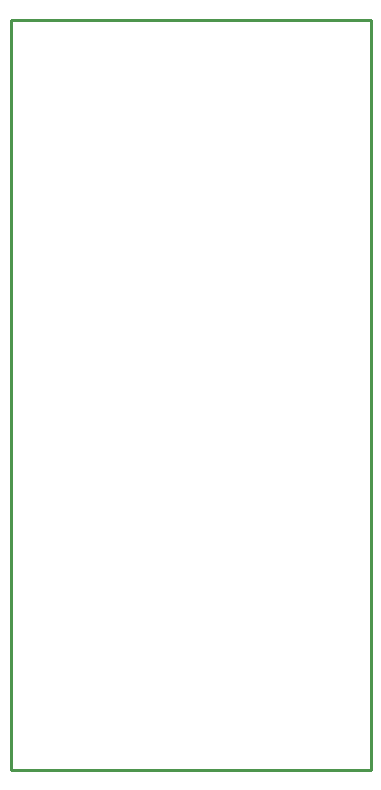
<source format=gm1>
G04*
G04 #@! TF.GenerationSoftware,Altium Limited,Altium Designer,18.0.12 (696)*
G04*
G04 Layer_Color=16711935*
%FSLAX25Y25*%
%MOIN*%
G70*
G01*
G75*
%ADD12C,0.01000*%
D12*
X0Y0D02*
Y250000D01*
X120000D01*
Y0D02*
Y250000D01*
X0Y0D02*
X120000D01*
M02*

</source>
